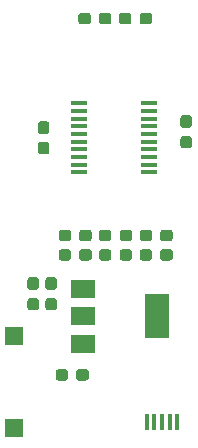
<source format=gbr>
%TF.GenerationSoftware,KiCad,Pcbnew,5.1.0*%
%TF.CreationDate,2019-06-23T04:01:33+08:00*%
%TF.ProjectId,stm32_fxp6,73746d33-325f-4667-9870-362e6b696361,rev?*%
%TF.SameCoordinates,Original*%
%TF.FileFunction,Paste,Top*%
%TF.FilePolarity,Positive*%
%FSLAX46Y46*%
G04 Gerber Fmt 4.6, Leading zero omitted, Abs format (unit mm)*
G04 Created by KiCad (PCBNEW 5.1.0) date 2019-06-23 04:01:33*
%MOMM*%
%LPD*%
G04 APERTURE LIST*
%ADD10R,0.400000X1.350000*%
%ADD11R,1.500000X1.500000*%
%ADD12C,0.350000*%
%ADD13C,0.950000*%
%ADD14R,1.450000X0.450000*%
%ADD15R,2.000000X3.800000*%
%ADD16R,2.000000X1.500000*%
G04 APERTURE END LIST*
D10*
X83342000Y-71167000D03*
X82692000Y-71167000D03*
X82042000Y-71167000D03*
X81392000Y-71167000D03*
X80742000Y-71167000D03*
D11*
X69469000Y-63918000D03*
X69469000Y-71718000D03*
D12*
G36*
X72269779Y-47468144D02*
G01*
X72292834Y-47471563D01*
X72315443Y-47477227D01*
X72337387Y-47485079D01*
X72358457Y-47495044D01*
X72378448Y-47507026D01*
X72397168Y-47520910D01*
X72414438Y-47536562D01*
X72430090Y-47553832D01*
X72443974Y-47572552D01*
X72455956Y-47592543D01*
X72465921Y-47613613D01*
X72473773Y-47635557D01*
X72479437Y-47658166D01*
X72482856Y-47681221D01*
X72484000Y-47704500D01*
X72484000Y-48279500D01*
X72482856Y-48302779D01*
X72479437Y-48325834D01*
X72473773Y-48348443D01*
X72465921Y-48370387D01*
X72455956Y-48391457D01*
X72443974Y-48411448D01*
X72430090Y-48430168D01*
X72414438Y-48447438D01*
X72397168Y-48463090D01*
X72378448Y-48476974D01*
X72358457Y-48488956D01*
X72337387Y-48498921D01*
X72315443Y-48506773D01*
X72292834Y-48512437D01*
X72269779Y-48515856D01*
X72246500Y-48517000D01*
X71771500Y-48517000D01*
X71748221Y-48515856D01*
X71725166Y-48512437D01*
X71702557Y-48506773D01*
X71680613Y-48498921D01*
X71659543Y-48488956D01*
X71639552Y-48476974D01*
X71620832Y-48463090D01*
X71603562Y-48447438D01*
X71587910Y-48430168D01*
X71574026Y-48411448D01*
X71562044Y-48391457D01*
X71552079Y-48370387D01*
X71544227Y-48348443D01*
X71538563Y-48325834D01*
X71535144Y-48302779D01*
X71534000Y-48279500D01*
X71534000Y-47704500D01*
X71535144Y-47681221D01*
X71538563Y-47658166D01*
X71544227Y-47635557D01*
X71552079Y-47613613D01*
X71562044Y-47592543D01*
X71574026Y-47572552D01*
X71587910Y-47553832D01*
X71603562Y-47536562D01*
X71620832Y-47520910D01*
X71639552Y-47507026D01*
X71659543Y-47495044D01*
X71680613Y-47485079D01*
X71702557Y-47477227D01*
X71725166Y-47471563D01*
X71748221Y-47468144D01*
X71771500Y-47467000D01*
X72246500Y-47467000D01*
X72269779Y-47468144D01*
X72269779Y-47468144D01*
G37*
D13*
X72009000Y-47992000D03*
D12*
G36*
X72269779Y-45718144D02*
G01*
X72292834Y-45721563D01*
X72315443Y-45727227D01*
X72337387Y-45735079D01*
X72358457Y-45745044D01*
X72378448Y-45757026D01*
X72397168Y-45770910D01*
X72414438Y-45786562D01*
X72430090Y-45803832D01*
X72443974Y-45822552D01*
X72455956Y-45842543D01*
X72465921Y-45863613D01*
X72473773Y-45885557D01*
X72479437Y-45908166D01*
X72482856Y-45931221D01*
X72484000Y-45954500D01*
X72484000Y-46529500D01*
X72482856Y-46552779D01*
X72479437Y-46575834D01*
X72473773Y-46598443D01*
X72465921Y-46620387D01*
X72455956Y-46641457D01*
X72443974Y-46661448D01*
X72430090Y-46680168D01*
X72414438Y-46697438D01*
X72397168Y-46713090D01*
X72378448Y-46726974D01*
X72358457Y-46738956D01*
X72337387Y-46748921D01*
X72315443Y-46756773D01*
X72292834Y-46762437D01*
X72269779Y-46765856D01*
X72246500Y-46767000D01*
X71771500Y-46767000D01*
X71748221Y-46765856D01*
X71725166Y-46762437D01*
X71702557Y-46756773D01*
X71680613Y-46748921D01*
X71659543Y-46738956D01*
X71639552Y-46726974D01*
X71620832Y-46713090D01*
X71603562Y-46697438D01*
X71587910Y-46680168D01*
X71574026Y-46661448D01*
X71562044Y-46641457D01*
X71552079Y-46620387D01*
X71544227Y-46598443D01*
X71538563Y-46575834D01*
X71535144Y-46552779D01*
X71534000Y-46529500D01*
X71534000Y-45954500D01*
X71535144Y-45931221D01*
X71538563Y-45908166D01*
X71544227Y-45885557D01*
X71552079Y-45863613D01*
X71562044Y-45842543D01*
X71574026Y-45822552D01*
X71587910Y-45803832D01*
X71603562Y-45786562D01*
X71620832Y-45770910D01*
X71639552Y-45757026D01*
X71659543Y-45745044D01*
X71680613Y-45735079D01*
X71702557Y-45727227D01*
X71725166Y-45721563D01*
X71748221Y-45718144D01*
X71771500Y-45717000D01*
X72246500Y-45717000D01*
X72269779Y-45718144D01*
X72269779Y-45718144D01*
G37*
D13*
X72009000Y-46242000D03*
D12*
G36*
X75793767Y-36535672D02*
G01*
X75816822Y-36539091D01*
X75839431Y-36544755D01*
X75861375Y-36552607D01*
X75882445Y-36562572D01*
X75902436Y-36574554D01*
X75921156Y-36588438D01*
X75938426Y-36604090D01*
X75954078Y-36621360D01*
X75967962Y-36640080D01*
X75979944Y-36660071D01*
X75989909Y-36681141D01*
X75997761Y-36703085D01*
X76003425Y-36725694D01*
X76006844Y-36748749D01*
X76007988Y-36772028D01*
X76007988Y-37247028D01*
X76006844Y-37270307D01*
X76003425Y-37293362D01*
X75997761Y-37315971D01*
X75989909Y-37337915D01*
X75979944Y-37358985D01*
X75967962Y-37378976D01*
X75954078Y-37397696D01*
X75938426Y-37414966D01*
X75921156Y-37430618D01*
X75902436Y-37444502D01*
X75882445Y-37456484D01*
X75861375Y-37466449D01*
X75839431Y-37474301D01*
X75816822Y-37479965D01*
X75793767Y-37483384D01*
X75770488Y-37484528D01*
X75195488Y-37484528D01*
X75172209Y-37483384D01*
X75149154Y-37479965D01*
X75126545Y-37474301D01*
X75104601Y-37466449D01*
X75083531Y-37456484D01*
X75063540Y-37444502D01*
X75044820Y-37430618D01*
X75027550Y-37414966D01*
X75011898Y-37397696D01*
X74998014Y-37378976D01*
X74986032Y-37358985D01*
X74976067Y-37337915D01*
X74968215Y-37315971D01*
X74962551Y-37293362D01*
X74959132Y-37270307D01*
X74957988Y-37247028D01*
X74957988Y-36772028D01*
X74959132Y-36748749D01*
X74962551Y-36725694D01*
X74968215Y-36703085D01*
X74976067Y-36681141D01*
X74986032Y-36660071D01*
X74998014Y-36640080D01*
X75011898Y-36621360D01*
X75027550Y-36604090D01*
X75044820Y-36588438D01*
X75063540Y-36574554D01*
X75083531Y-36562572D01*
X75104601Y-36552607D01*
X75126545Y-36544755D01*
X75149154Y-36539091D01*
X75172209Y-36535672D01*
X75195488Y-36534528D01*
X75770488Y-36534528D01*
X75793767Y-36535672D01*
X75793767Y-36535672D01*
G37*
D13*
X75482988Y-37009528D03*
D12*
G36*
X77543767Y-36535672D02*
G01*
X77566822Y-36539091D01*
X77589431Y-36544755D01*
X77611375Y-36552607D01*
X77632445Y-36562572D01*
X77652436Y-36574554D01*
X77671156Y-36588438D01*
X77688426Y-36604090D01*
X77704078Y-36621360D01*
X77717962Y-36640080D01*
X77729944Y-36660071D01*
X77739909Y-36681141D01*
X77747761Y-36703085D01*
X77753425Y-36725694D01*
X77756844Y-36748749D01*
X77757988Y-36772028D01*
X77757988Y-37247028D01*
X77756844Y-37270307D01*
X77753425Y-37293362D01*
X77747761Y-37315971D01*
X77739909Y-37337915D01*
X77729944Y-37358985D01*
X77717962Y-37378976D01*
X77704078Y-37397696D01*
X77688426Y-37414966D01*
X77671156Y-37430618D01*
X77652436Y-37444502D01*
X77632445Y-37456484D01*
X77611375Y-37466449D01*
X77589431Y-37474301D01*
X77566822Y-37479965D01*
X77543767Y-37483384D01*
X77520488Y-37484528D01*
X76945488Y-37484528D01*
X76922209Y-37483384D01*
X76899154Y-37479965D01*
X76876545Y-37474301D01*
X76854601Y-37466449D01*
X76833531Y-37456484D01*
X76813540Y-37444502D01*
X76794820Y-37430618D01*
X76777550Y-37414966D01*
X76761898Y-37397696D01*
X76748014Y-37378976D01*
X76736032Y-37358985D01*
X76726067Y-37337915D01*
X76718215Y-37315971D01*
X76712551Y-37293362D01*
X76709132Y-37270307D01*
X76707988Y-37247028D01*
X76707988Y-36772028D01*
X76709132Y-36748749D01*
X76712551Y-36725694D01*
X76718215Y-36703085D01*
X76726067Y-36681141D01*
X76736032Y-36660071D01*
X76748014Y-36640080D01*
X76761898Y-36621360D01*
X76777550Y-36604090D01*
X76794820Y-36588438D01*
X76813540Y-36574554D01*
X76833531Y-36562572D01*
X76854601Y-36552607D01*
X76876545Y-36544755D01*
X76899154Y-36539091D01*
X76922209Y-36535672D01*
X76945488Y-36534528D01*
X77520488Y-36534528D01*
X77543767Y-36535672D01*
X77543767Y-36535672D01*
G37*
D13*
X77232988Y-37009528D03*
D12*
G36*
X79222767Y-36535672D02*
G01*
X79245822Y-36539091D01*
X79268431Y-36544755D01*
X79290375Y-36552607D01*
X79311445Y-36562572D01*
X79331436Y-36574554D01*
X79350156Y-36588438D01*
X79367426Y-36604090D01*
X79383078Y-36621360D01*
X79396962Y-36640080D01*
X79408944Y-36660071D01*
X79418909Y-36681141D01*
X79426761Y-36703085D01*
X79432425Y-36725694D01*
X79435844Y-36748749D01*
X79436988Y-36772028D01*
X79436988Y-37247028D01*
X79435844Y-37270307D01*
X79432425Y-37293362D01*
X79426761Y-37315971D01*
X79418909Y-37337915D01*
X79408944Y-37358985D01*
X79396962Y-37378976D01*
X79383078Y-37397696D01*
X79367426Y-37414966D01*
X79350156Y-37430618D01*
X79331436Y-37444502D01*
X79311445Y-37456484D01*
X79290375Y-37466449D01*
X79268431Y-37474301D01*
X79245822Y-37479965D01*
X79222767Y-37483384D01*
X79199488Y-37484528D01*
X78624488Y-37484528D01*
X78601209Y-37483384D01*
X78578154Y-37479965D01*
X78555545Y-37474301D01*
X78533601Y-37466449D01*
X78512531Y-37456484D01*
X78492540Y-37444502D01*
X78473820Y-37430618D01*
X78456550Y-37414966D01*
X78440898Y-37397696D01*
X78427014Y-37378976D01*
X78415032Y-37358985D01*
X78405067Y-37337915D01*
X78397215Y-37315971D01*
X78391551Y-37293362D01*
X78388132Y-37270307D01*
X78386988Y-37247028D01*
X78386988Y-36772028D01*
X78388132Y-36748749D01*
X78391551Y-36725694D01*
X78397215Y-36703085D01*
X78405067Y-36681141D01*
X78415032Y-36660071D01*
X78427014Y-36640080D01*
X78440898Y-36621360D01*
X78456550Y-36604090D01*
X78473820Y-36588438D01*
X78492540Y-36574554D01*
X78512531Y-36562572D01*
X78533601Y-36552607D01*
X78555545Y-36544755D01*
X78578154Y-36539091D01*
X78601209Y-36535672D01*
X78624488Y-36534528D01*
X79199488Y-36534528D01*
X79222767Y-36535672D01*
X79222767Y-36535672D01*
G37*
D13*
X78911988Y-37009528D03*
D12*
G36*
X80972767Y-36535672D02*
G01*
X80995822Y-36539091D01*
X81018431Y-36544755D01*
X81040375Y-36552607D01*
X81061445Y-36562572D01*
X81081436Y-36574554D01*
X81100156Y-36588438D01*
X81117426Y-36604090D01*
X81133078Y-36621360D01*
X81146962Y-36640080D01*
X81158944Y-36660071D01*
X81168909Y-36681141D01*
X81176761Y-36703085D01*
X81182425Y-36725694D01*
X81185844Y-36748749D01*
X81186988Y-36772028D01*
X81186988Y-37247028D01*
X81185844Y-37270307D01*
X81182425Y-37293362D01*
X81176761Y-37315971D01*
X81168909Y-37337915D01*
X81158944Y-37358985D01*
X81146962Y-37378976D01*
X81133078Y-37397696D01*
X81117426Y-37414966D01*
X81100156Y-37430618D01*
X81081436Y-37444502D01*
X81061445Y-37456484D01*
X81040375Y-37466449D01*
X81018431Y-37474301D01*
X80995822Y-37479965D01*
X80972767Y-37483384D01*
X80949488Y-37484528D01*
X80374488Y-37484528D01*
X80351209Y-37483384D01*
X80328154Y-37479965D01*
X80305545Y-37474301D01*
X80283601Y-37466449D01*
X80262531Y-37456484D01*
X80242540Y-37444502D01*
X80223820Y-37430618D01*
X80206550Y-37414966D01*
X80190898Y-37397696D01*
X80177014Y-37378976D01*
X80165032Y-37358985D01*
X80155067Y-37337915D01*
X80147215Y-37315971D01*
X80141551Y-37293362D01*
X80138132Y-37270307D01*
X80136988Y-37247028D01*
X80136988Y-36772028D01*
X80138132Y-36748749D01*
X80141551Y-36725694D01*
X80147215Y-36703085D01*
X80155067Y-36681141D01*
X80165032Y-36660071D01*
X80177014Y-36640080D01*
X80190898Y-36621360D01*
X80206550Y-36604090D01*
X80223820Y-36588438D01*
X80242540Y-36574554D01*
X80262531Y-36562572D01*
X80283601Y-36552607D01*
X80305545Y-36544755D01*
X80328154Y-36539091D01*
X80351209Y-36535672D01*
X80374488Y-36534528D01*
X80949488Y-36534528D01*
X80972767Y-36535672D01*
X80972767Y-36535672D01*
G37*
D13*
X80661988Y-37009528D03*
D12*
G36*
X71380779Y-58926144D02*
G01*
X71403834Y-58929563D01*
X71426443Y-58935227D01*
X71448387Y-58943079D01*
X71469457Y-58953044D01*
X71489448Y-58965026D01*
X71508168Y-58978910D01*
X71525438Y-58994562D01*
X71541090Y-59011832D01*
X71554974Y-59030552D01*
X71566956Y-59050543D01*
X71576921Y-59071613D01*
X71584773Y-59093557D01*
X71590437Y-59116166D01*
X71593856Y-59139221D01*
X71595000Y-59162500D01*
X71595000Y-59737500D01*
X71593856Y-59760779D01*
X71590437Y-59783834D01*
X71584773Y-59806443D01*
X71576921Y-59828387D01*
X71566956Y-59849457D01*
X71554974Y-59869448D01*
X71541090Y-59888168D01*
X71525438Y-59905438D01*
X71508168Y-59921090D01*
X71489448Y-59934974D01*
X71469457Y-59946956D01*
X71448387Y-59956921D01*
X71426443Y-59964773D01*
X71403834Y-59970437D01*
X71380779Y-59973856D01*
X71357500Y-59975000D01*
X70882500Y-59975000D01*
X70859221Y-59973856D01*
X70836166Y-59970437D01*
X70813557Y-59964773D01*
X70791613Y-59956921D01*
X70770543Y-59946956D01*
X70750552Y-59934974D01*
X70731832Y-59921090D01*
X70714562Y-59905438D01*
X70698910Y-59888168D01*
X70685026Y-59869448D01*
X70673044Y-59849457D01*
X70663079Y-59828387D01*
X70655227Y-59806443D01*
X70649563Y-59783834D01*
X70646144Y-59760779D01*
X70645000Y-59737500D01*
X70645000Y-59162500D01*
X70646144Y-59139221D01*
X70649563Y-59116166D01*
X70655227Y-59093557D01*
X70663079Y-59071613D01*
X70673044Y-59050543D01*
X70685026Y-59030552D01*
X70698910Y-59011832D01*
X70714562Y-58994562D01*
X70731832Y-58978910D01*
X70750552Y-58965026D01*
X70770543Y-58953044D01*
X70791613Y-58943079D01*
X70813557Y-58935227D01*
X70836166Y-58929563D01*
X70859221Y-58926144D01*
X70882500Y-58925000D01*
X71357500Y-58925000D01*
X71380779Y-58926144D01*
X71380779Y-58926144D01*
G37*
D13*
X71120000Y-59450000D03*
D12*
G36*
X71380779Y-60676144D02*
G01*
X71403834Y-60679563D01*
X71426443Y-60685227D01*
X71448387Y-60693079D01*
X71469457Y-60703044D01*
X71489448Y-60715026D01*
X71508168Y-60728910D01*
X71525438Y-60744562D01*
X71541090Y-60761832D01*
X71554974Y-60780552D01*
X71566956Y-60800543D01*
X71576921Y-60821613D01*
X71584773Y-60843557D01*
X71590437Y-60866166D01*
X71593856Y-60889221D01*
X71595000Y-60912500D01*
X71595000Y-61487500D01*
X71593856Y-61510779D01*
X71590437Y-61533834D01*
X71584773Y-61556443D01*
X71576921Y-61578387D01*
X71566956Y-61599457D01*
X71554974Y-61619448D01*
X71541090Y-61638168D01*
X71525438Y-61655438D01*
X71508168Y-61671090D01*
X71489448Y-61684974D01*
X71469457Y-61696956D01*
X71448387Y-61706921D01*
X71426443Y-61714773D01*
X71403834Y-61720437D01*
X71380779Y-61723856D01*
X71357500Y-61725000D01*
X70882500Y-61725000D01*
X70859221Y-61723856D01*
X70836166Y-61720437D01*
X70813557Y-61714773D01*
X70791613Y-61706921D01*
X70770543Y-61696956D01*
X70750552Y-61684974D01*
X70731832Y-61671090D01*
X70714562Y-61655438D01*
X70698910Y-61638168D01*
X70685026Y-61619448D01*
X70673044Y-61599457D01*
X70663079Y-61578387D01*
X70655227Y-61556443D01*
X70649563Y-61533834D01*
X70646144Y-61510779D01*
X70645000Y-61487500D01*
X70645000Y-60912500D01*
X70646144Y-60889221D01*
X70649563Y-60866166D01*
X70655227Y-60843557D01*
X70663079Y-60821613D01*
X70673044Y-60800543D01*
X70685026Y-60780552D01*
X70698910Y-60761832D01*
X70714562Y-60744562D01*
X70731832Y-60728910D01*
X70750552Y-60715026D01*
X70770543Y-60703044D01*
X70791613Y-60693079D01*
X70813557Y-60685227D01*
X70836166Y-60679563D01*
X70859221Y-60676144D01*
X70882500Y-60675000D01*
X71357500Y-60675000D01*
X71380779Y-60676144D01*
X71380779Y-60676144D01*
G37*
D13*
X71120000Y-61200000D03*
D12*
G36*
X73857779Y-66709144D02*
G01*
X73880834Y-66712563D01*
X73903443Y-66718227D01*
X73925387Y-66726079D01*
X73946457Y-66736044D01*
X73966448Y-66748026D01*
X73985168Y-66761910D01*
X74002438Y-66777562D01*
X74018090Y-66794832D01*
X74031974Y-66813552D01*
X74043956Y-66833543D01*
X74053921Y-66854613D01*
X74061773Y-66876557D01*
X74067437Y-66899166D01*
X74070856Y-66922221D01*
X74072000Y-66945500D01*
X74072000Y-67420500D01*
X74070856Y-67443779D01*
X74067437Y-67466834D01*
X74061773Y-67489443D01*
X74053921Y-67511387D01*
X74043956Y-67532457D01*
X74031974Y-67552448D01*
X74018090Y-67571168D01*
X74002438Y-67588438D01*
X73985168Y-67604090D01*
X73966448Y-67617974D01*
X73946457Y-67629956D01*
X73925387Y-67639921D01*
X73903443Y-67647773D01*
X73880834Y-67653437D01*
X73857779Y-67656856D01*
X73834500Y-67658000D01*
X73259500Y-67658000D01*
X73236221Y-67656856D01*
X73213166Y-67653437D01*
X73190557Y-67647773D01*
X73168613Y-67639921D01*
X73147543Y-67629956D01*
X73127552Y-67617974D01*
X73108832Y-67604090D01*
X73091562Y-67588438D01*
X73075910Y-67571168D01*
X73062026Y-67552448D01*
X73050044Y-67532457D01*
X73040079Y-67511387D01*
X73032227Y-67489443D01*
X73026563Y-67466834D01*
X73023144Y-67443779D01*
X73022000Y-67420500D01*
X73022000Y-66945500D01*
X73023144Y-66922221D01*
X73026563Y-66899166D01*
X73032227Y-66876557D01*
X73040079Y-66854613D01*
X73050044Y-66833543D01*
X73062026Y-66813552D01*
X73075910Y-66794832D01*
X73091562Y-66777562D01*
X73108832Y-66761910D01*
X73127552Y-66748026D01*
X73147543Y-66736044D01*
X73168613Y-66726079D01*
X73190557Y-66718227D01*
X73213166Y-66712563D01*
X73236221Y-66709144D01*
X73259500Y-66708000D01*
X73834500Y-66708000D01*
X73857779Y-66709144D01*
X73857779Y-66709144D01*
G37*
D13*
X73547000Y-67183000D03*
D12*
G36*
X75607779Y-66709144D02*
G01*
X75630834Y-66712563D01*
X75653443Y-66718227D01*
X75675387Y-66726079D01*
X75696457Y-66736044D01*
X75716448Y-66748026D01*
X75735168Y-66761910D01*
X75752438Y-66777562D01*
X75768090Y-66794832D01*
X75781974Y-66813552D01*
X75793956Y-66833543D01*
X75803921Y-66854613D01*
X75811773Y-66876557D01*
X75817437Y-66899166D01*
X75820856Y-66922221D01*
X75822000Y-66945500D01*
X75822000Y-67420500D01*
X75820856Y-67443779D01*
X75817437Y-67466834D01*
X75811773Y-67489443D01*
X75803921Y-67511387D01*
X75793956Y-67532457D01*
X75781974Y-67552448D01*
X75768090Y-67571168D01*
X75752438Y-67588438D01*
X75735168Y-67604090D01*
X75716448Y-67617974D01*
X75696457Y-67629956D01*
X75675387Y-67639921D01*
X75653443Y-67647773D01*
X75630834Y-67653437D01*
X75607779Y-67656856D01*
X75584500Y-67658000D01*
X75009500Y-67658000D01*
X74986221Y-67656856D01*
X74963166Y-67653437D01*
X74940557Y-67647773D01*
X74918613Y-67639921D01*
X74897543Y-67629956D01*
X74877552Y-67617974D01*
X74858832Y-67604090D01*
X74841562Y-67588438D01*
X74825910Y-67571168D01*
X74812026Y-67552448D01*
X74800044Y-67532457D01*
X74790079Y-67511387D01*
X74782227Y-67489443D01*
X74776563Y-67466834D01*
X74773144Y-67443779D01*
X74772000Y-67420500D01*
X74772000Y-66945500D01*
X74773144Y-66922221D01*
X74776563Y-66899166D01*
X74782227Y-66876557D01*
X74790079Y-66854613D01*
X74800044Y-66833543D01*
X74812026Y-66813552D01*
X74825910Y-66794832D01*
X74841562Y-66777562D01*
X74858832Y-66761910D01*
X74877552Y-66748026D01*
X74897543Y-66736044D01*
X74918613Y-66726079D01*
X74940557Y-66718227D01*
X74963166Y-66712563D01*
X74986221Y-66709144D01*
X75009500Y-66708000D01*
X75584500Y-66708000D01*
X75607779Y-66709144D01*
X75607779Y-66709144D01*
G37*
D13*
X75297000Y-67183000D03*
D12*
G36*
X80969779Y-56549144D02*
G01*
X80992834Y-56552563D01*
X81015443Y-56558227D01*
X81037387Y-56566079D01*
X81058457Y-56576044D01*
X81078448Y-56588026D01*
X81097168Y-56601910D01*
X81114438Y-56617562D01*
X81130090Y-56634832D01*
X81143974Y-56653552D01*
X81155956Y-56673543D01*
X81165921Y-56694613D01*
X81173773Y-56716557D01*
X81179437Y-56739166D01*
X81182856Y-56762221D01*
X81184000Y-56785500D01*
X81184000Y-57260500D01*
X81182856Y-57283779D01*
X81179437Y-57306834D01*
X81173773Y-57329443D01*
X81165921Y-57351387D01*
X81155956Y-57372457D01*
X81143974Y-57392448D01*
X81130090Y-57411168D01*
X81114438Y-57428438D01*
X81097168Y-57444090D01*
X81078448Y-57457974D01*
X81058457Y-57469956D01*
X81037387Y-57479921D01*
X81015443Y-57487773D01*
X80992834Y-57493437D01*
X80969779Y-57496856D01*
X80946500Y-57498000D01*
X80371500Y-57498000D01*
X80348221Y-57496856D01*
X80325166Y-57493437D01*
X80302557Y-57487773D01*
X80280613Y-57479921D01*
X80259543Y-57469956D01*
X80239552Y-57457974D01*
X80220832Y-57444090D01*
X80203562Y-57428438D01*
X80187910Y-57411168D01*
X80174026Y-57392448D01*
X80162044Y-57372457D01*
X80152079Y-57351387D01*
X80144227Y-57329443D01*
X80138563Y-57306834D01*
X80135144Y-57283779D01*
X80134000Y-57260500D01*
X80134000Y-56785500D01*
X80135144Y-56762221D01*
X80138563Y-56739166D01*
X80144227Y-56716557D01*
X80152079Y-56694613D01*
X80162044Y-56673543D01*
X80174026Y-56653552D01*
X80187910Y-56634832D01*
X80203562Y-56617562D01*
X80220832Y-56601910D01*
X80239552Y-56588026D01*
X80259543Y-56576044D01*
X80280613Y-56566079D01*
X80302557Y-56558227D01*
X80325166Y-56552563D01*
X80348221Y-56549144D01*
X80371500Y-56548000D01*
X80946500Y-56548000D01*
X80969779Y-56549144D01*
X80969779Y-56549144D01*
G37*
D13*
X80659000Y-57023000D03*
D12*
G36*
X82719779Y-56549144D02*
G01*
X82742834Y-56552563D01*
X82765443Y-56558227D01*
X82787387Y-56566079D01*
X82808457Y-56576044D01*
X82828448Y-56588026D01*
X82847168Y-56601910D01*
X82864438Y-56617562D01*
X82880090Y-56634832D01*
X82893974Y-56653552D01*
X82905956Y-56673543D01*
X82915921Y-56694613D01*
X82923773Y-56716557D01*
X82929437Y-56739166D01*
X82932856Y-56762221D01*
X82934000Y-56785500D01*
X82934000Y-57260500D01*
X82932856Y-57283779D01*
X82929437Y-57306834D01*
X82923773Y-57329443D01*
X82915921Y-57351387D01*
X82905956Y-57372457D01*
X82893974Y-57392448D01*
X82880090Y-57411168D01*
X82864438Y-57428438D01*
X82847168Y-57444090D01*
X82828448Y-57457974D01*
X82808457Y-57469956D01*
X82787387Y-57479921D01*
X82765443Y-57487773D01*
X82742834Y-57493437D01*
X82719779Y-57496856D01*
X82696500Y-57498000D01*
X82121500Y-57498000D01*
X82098221Y-57496856D01*
X82075166Y-57493437D01*
X82052557Y-57487773D01*
X82030613Y-57479921D01*
X82009543Y-57469956D01*
X81989552Y-57457974D01*
X81970832Y-57444090D01*
X81953562Y-57428438D01*
X81937910Y-57411168D01*
X81924026Y-57392448D01*
X81912044Y-57372457D01*
X81902079Y-57351387D01*
X81894227Y-57329443D01*
X81888563Y-57306834D01*
X81885144Y-57283779D01*
X81884000Y-57260500D01*
X81884000Y-56785500D01*
X81885144Y-56762221D01*
X81888563Y-56739166D01*
X81894227Y-56716557D01*
X81902079Y-56694613D01*
X81912044Y-56673543D01*
X81924026Y-56653552D01*
X81937910Y-56634832D01*
X81953562Y-56617562D01*
X81970832Y-56601910D01*
X81989552Y-56588026D01*
X82009543Y-56576044D01*
X82030613Y-56566079D01*
X82052557Y-56558227D01*
X82075166Y-56552563D01*
X82098221Y-56549144D01*
X82121500Y-56548000D01*
X82696500Y-56548000D01*
X82719779Y-56549144D01*
X82719779Y-56549144D01*
G37*
D13*
X82409000Y-57023000D03*
D12*
G36*
X84334779Y-46960144D02*
G01*
X84357834Y-46963563D01*
X84380443Y-46969227D01*
X84402387Y-46977079D01*
X84423457Y-46987044D01*
X84443448Y-46999026D01*
X84462168Y-47012910D01*
X84479438Y-47028562D01*
X84495090Y-47045832D01*
X84508974Y-47064552D01*
X84520956Y-47084543D01*
X84530921Y-47105613D01*
X84538773Y-47127557D01*
X84544437Y-47150166D01*
X84547856Y-47173221D01*
X84549000Y-47196500D01*
X84549000Y-47771500D01*
X84547856Y-47794779D01*
X84544437Y-47817834D01*
X84538773Y-47840443D01*
X84530921Y-47862387D01*
X84520956Y-47883457D01*
X84508974Y-47903448D01*
X84495090Y-47922168D01*
X84479438Y-47939438D01*
X84462168Y-47955090D01*
X84443448Y-47968974D01*
X84423457Y-47980956D01*
X84402387Y-47990921D01*
X84380443Y-47998773D01*
X84357834Y-48004437D01*
X84334779Y-48007856D01*
X84311500Y-48009000D01*
X83836500Y-48009000D01*
X83813221Y-48007856D01*
X83790166Y-48004437D01*
X83767557Y-47998773D01*
X83745613Y-47990921D01*
X83724543Y-47980956D01*
X83704552Y-47968974D01*
X83685832Y-47955090D01*
X83668562Y-47939438D01*
X83652910Y-47922168D01*
X83639026Y-47903448D01*
X83627044Y-47883457D01*
X83617079Y-47862387D01*
X83609227Y-47840443D01*
X83603563Y-47817834D01*
X83600144Y-47794779D01*
X83599000Y-47771500D01*
X83599000Y-47196500D01*
X83600144Y-47173221D01*
X83603563Y-47150166D01*
X83609227Y-47127557D01*
X83617079Y-47105613D01*
X83627044Y-47084543D01*
X83639026Y-47064552D01*
X83652910Y-47045832D01*
X83668562Y-47028562D01*
X83685832Y-47012910D01*
X83704552Y-46999026D01*
X83724543Y-46987044D01*
X83745613Y-46977079D01*
X83767557Y-46969227D01*
X83790166Y-46963563D01*
X83813221Y-46960144D01*
X83836500Y-46959000D01*
X84311500Y-46959000D01*
X84334779Y-46960144D01*
X84334779Y-46960144D01*
G37*
D13*
X84074000Y-47484000D03*
D12*
G36*
X84334779Y-45210144D02*
G01*
X84357834Y-45213563D01*
X84380443Y-45219227D01*
X84402387Y-45227079D01*
X84423457Y-45237044D01*
X84443448Y-45249026D01*
X84462168Y-45262910D01*
X84479438Y-45278562D01*
X84495090Y-45295832D01*
X84508974Y-45314552D01*
X84520956Y-45334543D01*
X84530921Y-45355613D01*
X84538773Y-45377557D01*
X84544437Y-45400166D01*
X84547856Y-45423221D01*
X84549000Y-45446500D01*
X84549000Y-46021500D01*
X84547856Y-46044779D01*
X84544437Y-46067834D01*
X84538773Y-46090443D01*
X84530921Y-46112387D01*
X84520956Y-46133457D01*
X84508974Y-46153448D01*
X84495090Y-46172168D01*
X84479438Y-46189438D01*
X84462168Y-46205090D01*
X84443448Y-46218974D01*
X84423457Y-46230956D01*
X84402387Y-46240921D01*
X84380443Y-46248773D01*
X84357834Y-46254437D01*
X84334779Y-46257856D01*
X84311500Y-46259000D01*
X83836500Y-46259000D01*
X83813221Y-46257856D01*
X83790166Y-46254437D01*
X83767557Y-46248773D01*
X83745613Y-46240921D01*
X83724543Y-46230956D01*
X83704552Y-46218974D01*
X83685832Y-46205090D01*
X83668562Y-46189438D01*
X83652910Y-46172168D01*
X83639026Y-46153448D01*
X83627044Y-46133457D01*
X83617079Y-46112387D01*
X83609227Y-46090443D01*
X83603563Y-46067834D01*
X83600144Y-46044779D01*
X83599000Y-46021500D01*
X83599000Y-45446500D01*
X83600144Y-45423221D01*
X83603563Y-45400166D01*
X83609227Y-45377557D01*
X83617079Y-45355613D01*
X83627044Y-45334543D01*
X83639026Y-45314552D01*
X83652910Y-45295832D01*
X83668562Y-45278562D01*
X83685832Y-45262910D01*
X83704552Y-45249026D01*
X83724543Y-45237044D01*
X83745613Y-45227079D01*
X83767557Y-45219227D01*
X83790166Y-45213563D01*
X83813221Y-45210144D01*
X83836500Y-45209000D01*
X84311500Y-45209000D01*
X84334779Y-45210144D01*
X84334779Y-45210144D01*
G37*
D13*
X84074000Y-45734000D03*
D12*
G36*
X75861779Y-54898144D02*
G01*
X75884834Y-54901563D01*
X75907443Y-54907227D01*
X75929387Y-54915079D01*
X75950457Y-54925044D01*
X75970448Y-54937026D01*
X75989168Y-54950910D01*
X76006438Y-54966562D01*
X76022090Y-54983832D01*
X76035974Y-55002552D01*
X76047956Y-55022543D01*
X76057921Y-55043613D01*
X76065773Y-55065557D01*
X76071437Y-55088166D01*
X76074856Y-55111221D01*
X76076000Y-55134500D01*
X76076000Y-55609500D01*
X76074856Y-55632779D01*
X76071437Y-55655834D01*
X76065773Y-55678443D01*
X76057921Y-55700387D01*
X76047956Y-55721457D01*
X76035974Y-55741448D01*
X76022090Y-55760168D01*
X76006438Y-55777438D01*
X75989168Y-55793090D01*
X75970448Y-55806974D01*
X75950457Y-55818956D01*
X75929387Y-55828921D01*
X75907443Y-55836773D01*
X75884834Y-55842437D01*
X75861779Y-55845856D01*
X75838500Y-55847000D01*
X75263500Y-55847000D01*
X75240221Y-55845856D01*
X75217166Y-55842437D01*
X75194557Y-55836773D01*
X75172613Y-55828921D01*
X75151543Y-55818956D01*
X75131552Y-55806974D01*
X75112832Y-55793090D01*
X75095562Y-55777438D01*
X75079910Y-55760168D01*
X75066026Y-55741448D01*
X75054044Y-55721457D01*
X75044079Y-55700387D01*
X75036227Y-55678443D01*
X75030563Y-55655834D01*
X75027144Y-55632779D01*
X75026000Y-55609500D01*
X75026000Y-55134500D01*
X75027144Y-55111221D01*
X75030563Y-55088166D01*
X75036227Y-55065557D01*
X75044079Y-55043613D01*
X75054044Y-55022543D01*
X75066026Y-55002552D01*
X75079910Y-54983832D01*
X75095562Y-54966562D01*
X75112832Y-54950910D01*
X75131552Y-54937026D01*
X75151543Y-54925044D01*
X75172613Y-54915079D01*
X75194557Y-54907227D01*
X75217166Y-54901563D01*
X75240221Y-54898144D01*
X75263500Y-54897000D01*
X75838500Y-54897000D01*
X75861779Y-54898144D01*
X75861779Y-54898144D01*
G37*
D13*
X75551000Y-55372000D03*
D12*
G36*
X74111779Y-54898144D02*
G01*
X74134834Y-54901563D01*
X74157443Y-54907227D01*
X74179387Y-54915079D01*
X74200457Y-54925044D01*
X74220448Y-54937026D01*
X74239168Y-54950910D01*
X74256438Y-54966562D01*
X74272090Y-54983832D01*
X74285974Y-55002552D01*
X74297956Y-55022543D01*
X74307921Y-55043613D01*
X74315773Y-55065557D01*
X74321437Y-55088166D01*
X74324856Y-55111221D01*
X74326000Y-55134500D01*
X74326000Y-55609500D01*
X74324856Y-55632779D01*
X74321437Y-55655834D01*
X74315773Y-55678443D01*
X74307921Y-55700387D01*
X74297956Y-55721457D01*
X74285974Y-55741448D01*
X74272090Y-55760168D01*
X74256438Y-55777438D01*
X74239168Y-55793090D01*
X74220448Y-55806974D01*
X74200457Y-55818956D01*
X74179387Y-55828921D01*
X74157443Y-55836773D01*
X74134834Y-55842437D01*
X74111779Y-55845856D01*
X74088500Y-55847000D01*
X73513500Y-55847000D01*
X73490221Y-55845856D01*
X73467166Y-55842437D01*
X73444557Y-55836773D01*
X73422613Y-55828921D01*
X73401543Y-55818956D01*
X73381552Y-55806974D01*
X73362832Y-55793090D01*
X73345562Y-55777438D01*
X73329910Y-55760168D01*
X73316026Y-55741448D01*
X73304044Y-55721457D01*
X73294079Y-55700387D01*
X73286227Y-55678443D01*
X73280563Y-55655834D01*
X73277144Y-55632779D01*
X73276000Y-55609500D01*
X73276000Y-55134500D01*
X73277144Y-55111221D01*
X73280563Y-55088166D01*
X73286227Y-55065557D01*
X73294079Y-55043613D01*
X73304044Y-55022543D01*
X73316026Y-55002552D01*
X73329910Y-54983832D01*
X73345562Y-54966562D01*
X73362832Y-54950910D01*
X73381552Y-54937026D01*
X73401543Y-54925044D01*
X73422613Y-54915079D01*
X73444557Y-54907227D01*
X73467166Y-54901563D01*
X73490221Y-54898144D01*
X73513500Y-54897000D01*
X74088500Y-54897000D01*
X74111779Y-54898144D01*
X74111779Y-54898144D01*
G37*
D13*
X73801000Y-55372000D03*
D12*
G36*
X77540779Y-54898144D02*
G01*
X77563834Y-54901563D01*
X77586443Y-54907227D01*
X77608387Y-54915079D01*
X77629457Y-54925044D01*
X77649448Y-54937026D01*
X77668168Y-54950910D01*
X77685438Y-54966562D01*
X77701090Y-54983832D01*
X77714974Y-55002552D01*
X77726956Y-55022543D01*
X77736921Y-55043613D01*
X77744773Y-55065557D01*
X77750437Y-55088166D01*
X77753856Y-55111221D01*
X77755000Y-55134500D01*
X77755000Y-55609500D01*
X77753856Y-55632779D01*
X77750437Y-55655834D01*
X77744773Y-55678443D01*
X77736921Y-55700387D01*
X77726956Y-55721457D01*
X77714974Y-55741448D01*
X77701090Y-55760168D01*
X77685438Y-55777438D01*
X77668168Y-55793090D01*
X77649448Y-55806974D01*
X77629457Y-55818956D01*
X77608387Y-55828921D01*
X77586443Y-55836773D01*
X77563834Y-55842437D01*
X77540779Y-55845856D01*
X77517500Y-55847000D01*
X76942500Y-55847000D01*
X76919221Y-55845856D01*
X76896166Y-55842437D01*
X76873557Y-55836773D01*
X76851613Y-55828921D01*
X76830543Y-55818956D01*
X76810552Y-55806974D01*
X76791832Y-55793090D01*
X76774562Y-55777438D01*
X76758910Y-55760168D01*
X76745026Y-55741448D01*
X76733044Y-55721457D01*
X76723079Y-55700387D01*
X76715227Y-55678443D01*
X76709563Y-55655834D01*
X76706144Y-55632779D01*
X76705000Y-55609500D01*
X76705000Y-55134500D01*
X76706144Y-55111221D01*
X76709563Y-55088166D01*
X76715227Y-55065557D01*
X76723079Y-55043613D01*
X76733044Y-55022543D01*
X76745026Y-55002552D01*
X76758910Y-54983832D01*
X76774562Y-54966562D01*
X76791832Y-54950910D01*
X76810552Y-54937026D01*
X76830543Y-54925044D01*
X76851613Y-54915079D01*
X76873557Y-54907227D01*
X76896166Y-54901563D01*
X76919221Y-54898144D01*
X76942500Y-54897000D01*
X77517500Y-54897000D01*
X77540779Y-54898144D01*
X77540779Y-54898144D01*
G37*
D13*
X77230000Y-55372000D03*
D12*
G36*
X79290779Y-54898144D02*
G01*
X79313834Y-54901563D01*
X79336443Y-54907227D01*
X79358387Y-54915079D01*
X79379457Y-54925044D01*
X79399448Y-54937026D01*
X79418168Y-54950910D01*
X79435438Y-54966562D01*
X79451090Y-54983832D01*
X79464974Y-55002552D01*
X79476956Y-55022543D01*
X79486921Y-55043613D01*
X79494773Y-55065557D01*
X79500437Y-55088166D01*
X79503856Y-55111221D01*
X79505000Y-55134500D01*
X79505000Y-55609500D01*
X79503856Y-55632779D01*
X79500437Y-55655834D01*
X79494773Y-55678443D01*
X79486921Y-55700387D01*
X79476956Y-55721457D01*
X79464974Y-55741448D01*
X79451090Y-55760168D01*
X79435438Y-55777438D01*
X79418168Y-55793090D01*
X79399448Y-55806974D01*
X79379457Y-55818956D01*
X79358387Y-55828921D01*
X79336443Y-55836773D01*
X79313834Y-55842437D01*
X79290779Y-55845856D01*
X79267500Y-55847000D01*
X78692500Y-55847000D01*
X78669221Y-55845856D01*
X78646166Y-55842437D01*
X78623557Y-55836773D01*
X78601613Y-55828921D01*
X78580543Y-55818956D01*
X78560552Y-55806974D01*
X78541832Y-55793090D01*
X78524562Y-55777438D01*
X78508910Y-55760168D01*
X78495026Y-55741448D01*
X78483044Y-55721457D01*
X78473079Y-55700387D01*
X78465227Y-55678443D01*
X78459563Y-55655834D01*
X78456144Y-55632779D01*
X78455000Y-55609500D01*
X78455000Y-55134500D01*
X78456144Y-55111221D01*
X78459563Y-55088166D01*
X78465227Y-55065557D01*
X78473079Y-55043613D01*
X78483044Y-55022543D01*
X78495026Y-55002552D01*
X78508910Y-54983832D01*
X78524562Y-54966562D01*
X78541832Y-54950910D01*
X78560552Y-54937026D01*
X78580543Y-54925044D01*
X78601613Y-54915079D01*
X78623557Y-54907227D01*
X78646166Y-54901563D01*
X78669221Y-54898144D01*
X78692500Y-54897000D01*
X79267500Y-54897000D01*
X79290779Y-54898144D01*
X79290779Y-54898144D01*
G37*
D13*
X78980000Y-55372000D03*
D14*
X75028000Y-44192000D03*
X75028000Y-44842000D03*
X75028000Y-45492000D03*
X75028000Y-46142000D03*
X75028000Y-46792000D03*
X75028000Y-47442000D03*
X75028000Y-48092000D03*
X75028000Y-48742000D03*
X75028000Y-49392000D03*
X75028000Y-50042000D03*
X80928000Y-50042000D03*
X80928000Y-49392000D03*
X80928000Y-48742000D03*
X80928000Y-48092000D03*
X80928000Y-47442000D03*
X80928000Y-46792000D03*
X80928000Y-46142000D03*
X80928000Y-45492000D03*
X80928000Y-44842000D03*
X80928000Y-44192000D03*
D15*
X81636000Y-62230000D03*
D16*
X75336000Y-62230000D03*
X75336000Y-64530000D03*
X75336000Y-59930000D03*
D12*
G36*
X74111779Y-56549144D02*
G01*
X74134834Y-56552563D01*
X74157443Y-56558227D01*
X74179387Y-56566079D01*
X74200457Y-56576044D01*
X74220448Y-56588026D01*
X74239168Y-56601910D01*
X74256438Y-56617562D01*
X74272090Y-56634832D01*
X74285974Y-56653552D01*
X74297956Y-56673543D01*
X74307921Y-56694613D01*
X74315773Y-56716557D01*
X74321437Y-56739166D01*
X74324856Y-56762221D01*
X74326000Y-56785500D01*
X74326000Y-57260500D01*
X74324856Y-57283779D01*
X74321437Y-57306834D01*
X74315773Y-57329443D01*
X74307921Y-57351387D01*
X74297956Y-57372457D01*
X74285974Y-57392448D01*
X74272090Y-57411168D01*
X74256438Y-57428438D01*
X74239168Y-57444090D01*
X74220448Y-57457974D01*
X74200457Y-57469956D01*
X74179387Y-57479921D01*
X74157443Y-57487773D01*
X74134834Y-57493437D01*
X74111779Y-57496856D01*
X74088500Y-57498000D01*
X73513500Y-57498000D01*
X73490221Y-57496856D01*
X73467166Y-57493437D01*
X73444557Y-57487773D01*
X73422613Y-57479921D01*
X73401543Y-57469956D01*
X73381552Y-57457974D01*
X73362832Y-57444090D01*
X73345562Y-57428438D01*
X73329910Y-57411168D01*
X73316026Y-57392448D01*
X73304044Y-57372457D01*
X73294079Y-57351387D01*
X73286227Y-57329443D01*
X73280563Y-57306834D01*
X73277144Y-57283779D01*
X73276000Y-57260500D01*
X73276000Y-56785500D01*
X73277144Y-56762221D01*
X73280563Y-56739166D01*
X73286227Y-56716557D01*
X73294079Y-56694613D01*
X73304044Y-56673543D01*
X73316026Y-56653552D01*
X73329910Y-56634832D01*
X73345562Y-56617562D01*
X73362832Y-56601910D01*
X73381552Y-56588026D01*
X73401543Y-56576044D01*
X73422613Y-56566079D01*
X73444557Y-56558227D01*
X73467166Y-56552563D01*
X73490221Y-56549144D01*
X73513500Y-56548000D01*
X74088500Y-56548000D01*
X74111779Y-56549144D01*
X74111779Y-56549144D01*
G37*
D13*
X73801000Y-57023000D03*
D12*
G36*
X75861779Y-56549144D02*
G01*
X75884834Y-56552563D01*
X75907443Y-56558227D01*
X75929387Y-56566079D01*
X75950457Y-56576044D01*
X75970448Y-56588026D01*
X75989168Y-56601910D01*
X76006438Y-56617562D01*
X76022090Y-56634832D01*
X76035974Y-56653552D01*
X76047956Y-56673543D01*
X76057921Y-56694613D01*
X76065773Y-56716557D01*
X76071437Y-56739166D01*
X76074856Y-56762221D01*
X76076000Y-56785500D01*
X76076000Y-57260500D01*
X76074856Y-57283779D01*
X76071437Y-57306834D01*
X76065773Y-57329443D01*
X76057921Y-57351387D01*
X76047956Y-57372457D01*
X76035974Y-57392448D01*
X76022090Y-57411168D01*
X76006438Y-57428438D01*
X75989168Y-57444090D01*
X75970448Y-57457974D01*
X75950457Y-57469956D01*
X75929387Y-57479921D01*
X75907443Y-57487773D01*
X75884834Y-57493437D01*
X75861779Y-57496856D01*
X75838500Y-57498000D01*
X75263500Y-57498000D01*
X75240221Y-57496856D01*
X75217166Y-57493437D01*
X75194557Y-57487773D01*
X75172613Y-57479921D01*
X75151543Y-57469956D01*
X75131552Y-57457974D01*
X75112832Y-57444090D01*
X75095562Y-57428438D01*
X75079910Y-57411168D01*
X75066026Y-57392448D01*
X75054044Y-57372457D01*
X75044079Y-57351387D01*
X75036227Y-57329443D01*
X75030563Y-57306834D01*
X75027144Y-57283779D01*
X75026000Y-57260500D01*
X75026000Y-56785500D01*
X75027144Y-56762221D01*
X75030563Y-56739166D01*
X75036227Y-56716557D01*
X75044079Y-56694613D01*
X75054044Y-56673543D01*
X75066026Y-56653552D01*
X75079910Y-56634832D01*
X75095562Y-56617562D01*
X75112832Y-56601910D01*
X75131552Y-56588026D01*
X75151543Y-56576044D01*
X75172613Y-56566079D01*
X75194557Y-56558227D01*
X75217166Y-56552563D01*
X75240221Y-56549144D01*
X75263500Y-56548000D01*
X75838500Y-56548000D01*
X75861779Y-56549144D01*
X75861779Y-56549144D01*
G37*
D13*
X75551000Y-57023000D03*
D12*
G36*
X82719779Y-54898144D02*
G01*
X82742834Y-54901563D01*
X82765443Y-54907227D01*
X82787387Y-54915079D01*
X82808457Y-54925044D01*
X82828448Y-54937026D01*
X82847168Y-54950910D01*
X82864438Y-54966562D01*
X82880090Y-54983832D01*
X82893974Y-55002552D01*
X82905956Y-55022543D01*
X82915921Y-55043613D01*
X82923773Y-55065557D01*
X82929437Y-55088166D01*
X82932856Y-55111221D01*
X82934000Y-55134500D01*
X82934000Y-55609500D01*
X82932856Y-55632779D01*
X82929437Y-55655834D01*
X82923773Y-55678443D01*
X82915921Y-55700387D01*
X82905956Y-55721457D01*
X82893974Y-55741448D01*
X82880090Y-55760168D01*
X82864438Y-55777438D01*
X82847168Y-55793090D01*
X82828448Y-55806974D01*
X82808457Y-55818956D01*
X82787387Y-55828921D01*
X82765443Y-55836773D01*
X82742834Y-55842437D01*
X82719779Y-55845856D01*
X82696500Y-55847000D01*
X82121500Y-55847000D01*
X82098221Y-55845856D01*
X82075166Y-55842437D01*
X82052557Y-55836773D01*
X82030613Y-55828921D01*
X82009543Y-55818956D01*
X81989552Y-55806974D01*
X81970832Y-55793090D01*
X81953562Y-55777438D01*
X81937910Y-55760168D01*
X81924026Y-55741448D01*
X81912044Y-55721457D01*
X81902079Y-55700387D01*
X81894227Y-55678443D01*
X81888563Y-55655834D01*
X81885144Y-55632779D01*
X81884000Y-55609500D01*
X81884000Y-55134500D01*
X81885144Y-55111221D01*
X81888563Y-55088166D01*
X81894227Y-55065557D01*
X81902079Y-55043613D01*
X81912044Y-55022543D01*
X81924026Y-55002552D01*
X81937910Y-54983832D01*
X81953562Y-54966562D01*
X81970832Y-54950910D01*
X81989552Y-54937026D01*
X82009543Y-54925044D01*
X82030613Y-54915079D01*
X82052557Y-54907227D01*
X82075166Y-54901563D01*
X82098221Y-54898144D01*
X82121500Y-54897000D01*
X82696500Y-54897000D01*
X82719779Y-54898144D01*
X82719779Y-54898144D01*
G37*
D13*
X82409000Y-55372000D03*
D12*
G36*
X80969779Y-54898144D02*
G01*
X80992834Y-54901563D01*
X81015443Y-54907227D01*
X81037387Y-54915079D01*
X81058457Y-54925044D01*
X81078448Y-54937026D01*
X81097168Y-54950910D01*
X81114438Y-54966562D01*
X81130090Y-54983832D01*
X81143974Y-55002552D01*
X81155956Y-55022543D01*
X81165921Y-55043613D01*
X81173773Y-55065557D01*
X81179437Y-55088166D01*
X81182856Y-55111221D01*
X81184000Y-55134500D01*
X81184000Y-55609500D01*
X81182856Y-55632779D01*
X81179437Y-55655834D01*
X81173773Y-55678443D01*
X81165921Y-55700387D01*
X81155956Y-55721457D01*
X81143974Y-55741448D01*
X81130090Y-55760168D01*
X81114438Y-55777438D01*
X81097168Y-55793090D01*
X81078448Y-55806974D01*
X81058457Y-55818956D01*
X81037387Y-55828921D01*
X81015443Y-55836773D01*
X80992834Y-55842437D01*
X80969779Y-55845856D01*
X80946500Y-55847000D01*
X80371500Y-55847000D01*
X80348221Y-55845856D01*
X80325166Y-55842437D01*
X80302557Y-55836773D01*
X80280613Y-55828921D01*
X80259543Y-55818956D01*
X80239552Y-55806974D01*
X80220832Y-55793090D01*
X80203562Y-55777438D01*
X80187910Y-55760168D01*
X80174026Y-55741448D01*
X80162044Y-55721457D01*
X80152079Y-55700387D01*
X80144227Y-55678443D01*
X80138563Y-55655834D01*
X80135144Y-55632779D01*
X80134000Y-55609500D01*
X80134000Y-55134500D01*
X80135144Y-55111221D01*
X80138563Y-55088166D01*
X80144227Y-55065557D01*
X80152079Y-55043613D01*
X80162044Y-55022543D01*
X80174026Y-55002552D01*
X80187910Y-54983832D01*
X80203562Y-54966562D01*
X80220832Y-54950910D01*
X80239552Y-54937026D01*
X80259543Y-54925044D01*
X80280613Y-54915079D01*
X80302557Y-54907227D01*
X80325166Y-54901563D01*
X80348221Y-54898144D01*
X80371500Y-54897000D01*
X80946500Y-54897000D01*
X80969779Y-54898144D01*
X80969779Y-54898144D01*
G37*
D13*
X80659000Y-55372000D03*
D12*
G36*
X72904779Y-60676144D02*
G01*
X72927834Y-60679563D01*
X72950443Y-60685227D01*
X72972387Y-60693079D01*
X72993457Y-60703044D01*
X73013448Y-60715026D01*
X73032168Y-60728910D01*
X73049438Y-60744562D01*
X73065090Y-60761832D01*
X73078974Y-60780552D01*
X73090956Y-60800543D01*
X73100921Y-60821613D01*
X73108773Y-60843557D01*
X73114437Y-60866166D01*
X73117856Y-60889221D01*
X73119000Y-60912500D01*
X73119000Y-61487500D01*
X73117856Y-61510779D01*
X73114437Y-61533834D01*
X73108773Y-61556443D01*
X73100921Y-61578387D01*
X73090956Y-61599457D01*
X73078974Y-61619448D01*
X73065090Y-61638168D01*
X73049438Y-61655438D01*
X73032168Y-61671090D01*
X73013448Y-61684974D01*
X72993457Y-61696956D01*
X72972387Y-61706921D01*
X72950443Y-61714773D01*
X72927834Y-61720437D01*
X72904779Y-61723856D01*
X72881500Y-61725000D01*
X72406500Y-61725000D01*
X72383221Y-61723856D01*
X72360166Y-61720437D01*
X72337557Y-61714773D01*
X72315613Y-61706921D01*
X72294543Y-61696956D01*
X72274552Y-61684974D01*
X72255832Y-61671090D01*
X72238562Y-61655438D01*
X72222910Y-61638168D01*
X72209026Y-61619448D01*
X72197044Y-61599457D01*
X72187079Y-61578387D01*
X72179227Y-61556443D01*
X72173563Y-61533834D01*
X72170144Y-61510779D01*
X72169000Y-61487500D01*
X72169000Y-60912500D01*
X72170144Y-60889221D01*
X72173563Y-60866166D01*
X72179227Y-60843557D01*
X72187079Y-60821613D01*
X72197044Y-60800543D01*
X72209026Y-60780552D01*
X72222910Y-60761832D01*
X72238562Y-60744562D01*
X72255832Y-60728910D01*
X72274552Y-60715026D01*
X72294543Y-60703044D01*
X72315613Y-60693079D01*
X72337557Y-60685227D01*
X72360166Y-60679563D01*
X72383221Y-60676144D01*
X72406500Y-60675000D01*
X72881500Y-60675000D01*
X72904779Y-60676144D01*
X72904779Y-60676144D01*
G37*
D13*
X72644000Y-61200000D03*
D12*
G36*
X72904779Y-58926144D02*
G01*
X72927834Y-58929563D01*
X72950443Y-58935227D01*
X72972387Y-58943079D01*
X72993457Y-58953044D01*
X73013448Y-58965026D01*
X73032168Y-58978910D01*
X73049438Y-58994562D01*
X73065090Y-59011832D01*
X73078974Y-59030552D01*
X73090956Y-59050543D01*
X73100921Y-59071613D01*
X73108773Y-59093557D01*
X73114437Y-59116166D01*
X73117856Y-59139221D01*
X73119000Y-59162500D01*
X73119000Y-59737500D01*
X73117856Y-59760779D01*
X73114437Y-59783834D01*
X73108773Y-59806443D01*
X73100921Y-59828387D01*
X73090956Y-59849457D01*
X73078974Y-59869448D01*
X73065090Y-59888168D01*
X73049438Y-59905438D01*
X73032168Y-59921090D01*
X73013448Y-59934974D01*
X72993457Y-59946956D01*
X72972387Y-59956921D01*
X72950443Y-59964773D01*
X72927834Y-59970437D01*
X72904779Y-59973856D01*
X72881500Y-59975000D01*
X72406500Y-59975000D01*
X72383221Y-59973856D01*
X72360166Y-59970437D01*
X72337557Y-59964773D01*
X72315613Y-59956921D01*
X72294543Y-59946956D01*
X72274552Y-59934974D01*
X72255832Y-59921090D01*
X72238562Y-59905438D01*
X72222910Y-59888168D01*
X72209026Y-59869448D01*
X72197044Y-59849457D01*
X72187079Y-59828387D01*
X72179227Y-59806443D01*
X72173563Y-59783834D01*
X72170144Y-59760779D01*
X72169000Y-59737500D01*
X72169000Y-59162500D01*
X72170144Y-59139221D01*
X72173563Y-59116166D01*
X72179227Y-59093557D01*
X72187079Y-59071613D01*
X72197044Y-59050543D01*
X72209026Y-59030552D01*
X72222910Y-59011832D01*
X72238562Y-58994562D01*
X72255832Y-58978910D01*
X72274552Y-58965026D01*
X72294543Y-58953044D01*
X72315613Y-58943079D01*
X72337557Y-58935227D01*
X72360166Y-58929563D01*
X72383221Y-58926144D01*
X72406500Y-58925000D01*
X72881500Y-58925000D01*
X72904779Y-58926144D01*
X72904779Y-58926144D01*
G37*
D13*
X72644000Y-59450000D03*
D12*
G36*
X77540779Y-56549144D02*
G01*
X77563834Y-56552563D01*
X77586443Y-56558227D01*
X77608387Y-56566079D01*
X77629457Y-56576044D01*
X77649448Y-56588026D01*
X77668168Y-56601910D01*
X77685438Y-56617562D01*
X77701090Y-56634832D01*
X77714974Y-56653552D01*
X77726956Y-56673543D01*
X77736921Y-56694613D01*
X77744773Y-56716557D01*
X77750437Y-56739166D01*
X77753856Y-56762221D01*
X77755000Y-56785500D01*
X77755000Y-57260500D01*
X77753856Y-57283779D01*
X77750437Y-57306834D01*
X77744773Y-57329443D01*
X77736921Y-57351387D01*
X77726956Y-57372457D01*
X77714974Y-57392448D01*
X77701090Y-57411168D01*
X77685438Y-57428438D01*
X77668168Y-57444090D01*
X77649448Y-57457974D01*
X77629457Y-57469956D01*
X77608387Y-57479921D01*
X77586443Y-57487773D01*
X77563834Y-57493437D01*
X77540779Y-57496856D01*
X77517500Y-57498000D01*
X76942500Y-57498000D01*
X76919221Y-57496856D01*
X76896166Y-57493437D01*
X76873557Y-57487773D01*
X76851613Y-57479921D01*
X76830543Y-57469956D01*
X76810552Y-57457974D01*
X76791832Y-57444090D01*
X76774562Y-57428438D01*
X76758910Y-57411168D01*
X76745026Y-57392448D01*
X76733044Y-57372457D01*
X76723079Y-57351387D01*
X76715227Y-57329443D01*
X76709563Y-57306834D01*
X76706144Y-57283779D01*
X76705000Y-57260500D01*
X76705000Y-56785500D01*
X76706144Y-56762221D01*
X76709563Y-56739166D01*
X76715227Y-56716557D01*
X76723079Y-56694613D01*
X76733044Y-56673543D01*
X76745026Y-56653552D01*
X76758910Y-56634832D01*
X76774562Y-56617562D01*
X76791832Y-56601910D01*
X76810552Y-56588026D01*
X76830543Y-56576044D01*
X76851613Y-56566079D01*
X76873557Y-56558227D01*
X76896166Y-56552563D01*
X76919221Y-56549144D01*
X76942500Y-56548000D01*
X77517500Y-56548000D01*
X77540779Y-56549144D01*
X77540779Y-56549144D01*
G37*
D13*
X77230000Y-57023000D03*
D12*
G36*
X79290779Y-56549144D02*
G01*
X79313834Y-56552563D01*
X79336443Y-56558227D01*
X79358387Y-56566079D01*
X79379457Y-56576044D01*
X79399448Y-56588026D01*
X79418168Y-56601910D01*
X79435438Y-56617562D01*
X79451090Y-56634832D01*
X79464974Y-56653552D01*
X79476956Y-56673543D01*
X79486921Y-56694613D01*
X79494773Y-56716557D01*
X79500437Y-56739166D01*
X79503856Y-56762221D01*
X79505000Y-56785500D01*
X79505000Y-57260500D01*
X79503856Y-57283779D01*
X79500437Y-57306834D01*
X79494773Y-57329443D01*
X79486921Y-57351387D01*
X79476956Y-57372457D01*
X79464974Y-57392448D01*
X79451090Y-57411168D01*
X79435438Y-57428438D01*
X79418168Y-57444090D01*
X79399448Y-57457974D01*
X79379457Y-57469956D01*
X79358387Y-57479921D01*
X79336443Y-57487773D01*
X79313834Y-57493437D01*
X79290779Y-57496856D01*
X79267500Y-57498000D01*
X78692500Y-57498000D01*
X78669221Y-57496856D01*
X78646166Y-57493437D01*
X78623557Y-57487773D01*
X78601613Y-57479921D01*
X78580543Y-57469956D01*
X78560552Y-57457974D01*
X78541832Y-57444090D01*
X78524562Y-57428438D01*
X78508910Y-57411168D01*
X78495026Y-57392448D01*
X78483044Y-57372457D01*
X78473079Y-57351387D01*
X78465227Y-57329443D01*
X78459563Y-57306834D01*
X78456144Y-57283779D01*
X78455000Y-57260500D01*
X78455000Y-56785500D01*
X78456144Y-56762221D01*
X78459563Y-56739166D01*
X78465227Y-56716557D01*
X78473079Y-56694613D01*
X78483044Y-56673543D01*
X78495026Y-56653552D01*
X78508910Y-56634832D01*
X78524562Y-56617562D01*
X78541832Y-56601910D01*
X78560552Y-56588026D01*
X78580543Y-56576044D01*
X78601613Y-56566079D01*
X78623557Y-56558227D01*
X78646166Y-56552563D01*
X78669221Y-56549144D01*
X78692500Y-56548000D01*
X79267500Y-56548000D01*
X79290779Y-56549144D01*
X79290779Y-56549144D01*
G37*
D13*
X78980000Y-57023000D03*
M02*

</source>
